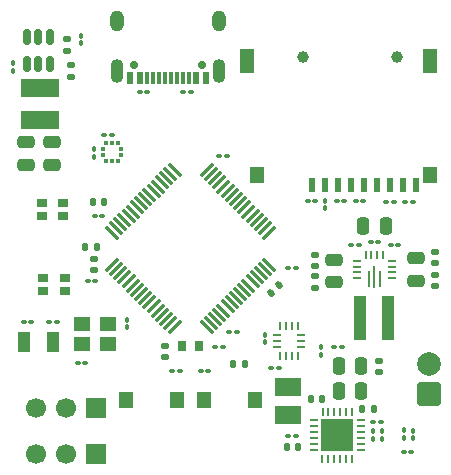
<source format=gbr>
%TF.GenerationSoftware,KiCad,Pcbnew,9.0.3*%
%TF.CreationDate,2025-11-29T09:23:08-06:00*%
%TF.ProjectId,zenith,7a656e69-7468-42e6-9b69-6361645f7063,rev?*%
%TF.SameCoordinates,Original*%
%TF.FileFunction,Soldermask,Top*%
%TF.FilePolarity,Negative*%
%FSLAX46Y46*%
G04 Gerber Fmt 4.6, Leading zero omitted, Abs format (unit mm)*
G04 Created by KiCad (PCBNEW 9.0.3) date 2025-11-29 09:23:08*
%MOMM*%
%LPD*%
G01*
G04 APERTURE LIST*
G04 Aperture macros list*
%AMRoundRect*
0 Rectangle with rounded corners*
0 $1 Rounding radius*
0 $2 $3 $4 $5 $6 $7 $8 $9 X,Y pos of 4 corners*
0 Add a 4 corners polygon primitive as box body*
4,1,4,$2,$3,$4,$5,$6,$7,$8,$9,$2,$3,0*
0 Add four circle primitives for the rounded corners*
1,1,$1+$1,$2,$3*
1,1,$1+$1,$4,$5*
1,1,$1+$1,$6,$7*
1,1,$1+$1,$8,$9*
0 Add four rect primitives between the rounded corners*
20,1,$1+$1,$2,$3,$4,$5,0*
20,1,$1+$1,$4,$5,$6,$7,0*
20,1,$1+$1,$6,$7,$8,$9,0*
20,1,$1+$1,$8,$9,$2,$3,0*%
G04 Aperture macros list end*
%ADD10RoundRect,0.140000X-0.140000X-0.170000X0.140000X-0.170000X0.140000X0.170000X-0.140000X0.170000X0*%
%ADD11RoundRect,0.100000X-0.130000X-0.100000X0.130000X-0.100000X0.130000X0.100000X-0.130000X0.100000X0*%
%ADD12RoundRect,0.250000X0.250000X0.475000X-0.250000X0.475000X-0.250000X-0.475000X0.250000X-0.475000X0*%
%ADD13RoundRect,0.140000X0.170000X-0.140000X0.170000X0.140000X-0.170000X0.140000X-0.170000X-0.140000X0*%
%ADD14R,0.280000X0.680000*%
%ADD15R,0.680000X0.280000*%
%ADD16R,1.230000X1.360000*%
%ADD17RoundRect,0.100000X-0.100000X0.130000X-0.100000X-0.130000X0.100000X-0.130000X0.100000X0.130000X0*%
%ADD18RoundRect,0.135000X0.185000X-0.135000X0.185000X0.135000X-0.185000X0.135000X-0.185000X-0.135000X0*%
%ADD19RoundRect,0.100000X0.130000X0.100000X-0.130000X0.100000X-0.130000X-0.100000X0.130000X-0.100000X0*%
%ADD20R,0.900000X0.700000*%
%ADD21R,2.160000X1.630000*%
%ADD22RoundRect,0.250000X0.475000X-0.250000X0.475000X0.250000X-0.475000X0.250000X-0.475000X-0.250000X0*%
%ADD23RoundRect,0.250000X0.750000X-0.750000X0.750000X0.750000X-0.750000X0.750000X-0.750000X-0.750000X0*%
%ADD24C,2.000000*%
%ADD25R,1.700000X1.700000*%
%ADD26C,1.700000*%
%ADD27RoundRect,0.100000X0.100000X-0.130000X0.100000X0.130000X-0.100000X0.130000X-0.100000X-0.130000X0*%
%ADD28RoundRect,0.140000X0.140000X0.170000X-0.140000X0.170000X-0.140000X-0.170000X0.140000X-0.170000X0*%
%ADD29R,1.400000X1.200000*%
%ADD30RoundRect,0.140000X-0.170000X0.140000X-0.170000X-0.140000X0.170000X-0.140000X0.170000X0.140000X0*%
%ADD31R,0.280000X0.700000*%
%ADD32R,0.700000X0.280000*%
%ADD33R,2.800000X2.800000*%
%ADD34RoundRect,0.147500X0.147500X0.172500X-0.147500X0.172500X-0.147500X-0.172500X0.147500X-0.172500X0*%
%ADD35C,1.000000*%
%ADD36R,0.600000X1.300000*%
%ADD37R,1.200000X1.400000*%
%ADD38R,1.200000X2.000000*%
%ADD39R,0.300000X0.300000*%
%ADD40RoundRect,0.150000X0.150000X-0.512500X0.150000X0.512500X-0.150000X0.512500X-0.150000X-0.512500X0*%
%ADD41R,0.250000X0.700000*%
%ADD42R,0.700000X0.250000*%
%ADD43R,0.250000X1.450000*%
%ADD44R,0.250000X1.850000*%
%ADD45R,1.000000X1.800000*%
%ADD46R,0.800000X0.860000*%
%ADD47RoundRect,0.250000X-0.250000X-0.475000X0.250000X-0.475000X0.250000X0.475000X-0.250000X0.475000X0*%
%ADD48RoundRect,0.075000X-0.441942X-0.548008X0.548008X0.441942X0.441942X0.548008X-0.548008X-0.441942X0*%
%ADD49RoundRect,0.075000X0.441942X-0.548008X0.548008X-0.441942X-0.441942X0.548008X-0.548008X0.441942X0*%
%ADD50R,1.000000X3.800000*%
%ADD51RoundRect,0.140000X0.021213X-0.219203X0.219203X-0.021213X-0.021213X0.219203X-0.219203X0.021213X0*%
%ADD52R,3.320000X1.500000*%
%ADD53C,0.700000*%
%ADD54R,0.550000X1.100000*%
%ADD55R,0.300000X1.100000*%
%ADD56O,1.100000X2.000000*%
%ADD57O,1.200000X1.800000*%
G04 APERTURE END LIST*
D10*
%TO.C,C26*%
X108870000Y-80580000D03*
X109830000Y-80580000D03*
%TD*%
D11*
%TO.C,R2*%
X112835000Y-71265000D03*
X113475000Y-71265000D03*
%TD*%
%TO.C,R20*%
X135330000Y-80580000D03*
X135970000Y-80580000D03*
%TD*%
%TO.C,C30*%
X119580000Y-76640000D03*
X120220000Y-76640000D03*
%TD*%
D12*
%TO.C,C3*%
X131580000Y-94420000D03*
X129680000Y-94420000D03*
%TD*%
D13*
%TO.C,C9*%
X137840000Y-87710000D03*
X137840000Y-86750000D03*
%TD*%
D14*
%TO.C,U4*%
X126250000Y-91090000D03*
X125750000Y-91090000D03*
X125250000Y-91090000D03*
X124750000Y-91090000D03*
D15*
X124490000Y-91850000D03*
X124490000Y-92350000D03*
X124490000Y-92850000D03*
D14*
X124750000Y-93610000D03*
X125250000Y-93610000D03*
X125750000Y-93610000D03*
X126250000Y-93610000D03*
D15*
X126510000Y-92850000D03*
X126510000Y-92350000D03*
X126510000Y-91850000D03*
%TD*%
D11*
%TO.C,C20*%
X109865000Y-74895000D03*
X110505000Y-74895000D03*
%TD*%
D16*
%TO.C,BOOT*%
X122640000Y-97320000D03*
X118280000Y-97320000D03*
%TD*%
D17*
%TO.C,C15*%
X102130000Y-68845000D03*
X102130000Y-69485000D03*
%TD*%
D18*
%TO.C,R14*%
X107030000Y-69955000D03*
X107030000Y-68935000D03*
%TD*%
D19*
%TO.C,R21*%
X134350000Y-80590000D03*
X133710000Y-80590000D03*
%TD*%
D20*
%TO.C,LED1*%
X104550000Y-80650000D03*
X104550000Y-81750000D03*
X106390000Y-81750000D03*
X106390000Y-80650000D03*
%TD*%
D11*
%TO.C,C32*%
X119220000Y-92820000D03*
X119860000Y-92820000D03*
%TD*%
D20*
%TO.C,LED2*%
X104650000Y-86990000D03*
X104650000Y-88090000D03*
X106490000Y-88090000D03*
X106490000Y-86990000D03*
%TD*%
D21*
%TO.C,L1*%
X125380000Y-98610000D03*
X125380000Y-96270000D03*
%TD*%
D22*
%TO.C,C17*%
X103230000Y-77430000D03*
X103230000Y-75530000D03*
%TD*%
D11*
%TO.C,R12*%
X134100000Y-84180000D03*
X134740000Y-84180000D03*
%TD*%
D23*
%TO.C,J1*%
X137300000Y-96850000D03*
D24*
X137300000Y-94310000D03*
%TD*%
D25*
%TO.C,SERVO HEADERS*%
X109150000Y-101880000D03*
D26*
X106610000Y-101880000D03*
X104070000Y-101880000D03*
%TD*%
D13*
%TO.C,C16*%
X106700000Y-67775000D03*
X106700000Y-66815000D03*
%TD*%
D22*
%TO.C,C13*%
X136210000Y-87240000D03*
X136210000Y-85340000D03*
%TD*%
D19*
%TO.C,C8*%
X133040000Y-83970000D03*
X132400000Y-83970000D03*
%TD*%
D17*
%TO.C,R5*%
X135200000Y-99910000D03*
X135200000Y-100550000D03*
%TD*%
D27*
%TO.C,R15*%
X107870000Y-67140000D03*
X107870000Y-66500000D03*
%TD*%
D17*
%TO.C,C19*%
X108945000Y-76115000D03*
X108945000Y-76755000D03*
%TD*%
D19*
%TO.C,R13*%
X131380000Y-84180000D03*
X130740000Y-84180000D03*
%TD*%
D28*
%TO.C,C2*%
X126290000Y-101280000D03*
X125330000Y-101280000D03*
%TD*%
D29*
%TO.C,X1*%
X110140000Y-90890000D03*
X107940000Y-90890000D03*
X107940000Y-92590000D03*
X110140000Y-92590000D03*
%TD*%
D30*
%TO.C,C7*%
X137840000Y-84800000D03*
X137840000Y-85760000D03*
%TD*%
D31*
%TO.C,U3*%
X128320000Y-102320000D03*
X128820000Y-102320000D03*
X129320000Y-102320000D03*
X129820000Y-102320000D03*
X130320000Y-102320000D03*
X130820000Y-102320000D03*
D32*
X131570000Y-101570000D03*
X131570000Y-101070000D03*
X131570000Y-100570000D03*
X131570000Y-100070000D03*
X131570000Y-99570000D03*
X131570000Y-99070000D03*
D31*
X130820000Y-98320000D03*
X130320000Y-98320000D03*
X129820000Y-98320000D03*
X129320000Y-98320000D03*
X128820000Y-98320000D03*
X128330000Y-98320000D03*
D32*
X127570000Y-99070000D03*
X127570000Y-99570000D03*
X127570000Y-100070000D03*
X127570000Y-100570000D03*
X127570000Y-101070000D03*
X127570000Y-101570000D03*
D33*
X129580000Y-100320000D03*
%TD*%
D19*
%TO.C,R23*%
X109100000Y-87290000D03*
X108460000Y-87290000D03*
%TD*%
D34*
%TO.C,D1*%
X121745000Y-94320000D03*
X120775000Y-94320000D03*
%TD*%
D13*
%TO.C,C24*%
X115020000Y-93740000D03*
X115020000Y-92780000D03*
%TD*%
D11*
%TO.C,C37*%
X115580000Y-94860000D03*
X116220000Y-94860000D03*
%TD*%
%TO.C,R16*%
X131140000Y-80482500D03*
X131780000Y-80482500D03*
%TD*%
D19*
%TO.C,R19*%
X127710000Y-80482500D03*
X127070000Y-80482500D03*
%TD*%
D17*
%TO.C,C22*%
X123470000Y-91800000D03*
X123470000Y-92440000D03*
%TD*%
D11*
%TO.C,R10*%
X129330000Y-92860000D03*
X129970000Y-92860000D03*
%TD*%
D35*
%TO.C,SD Card*%
X134640000Y-68310000D03*
X126640000Y-68310000D03*
D36*
X127450000Y-79160000D03*
X128550000Y-79160000D03*
X129650000Y-79160000D03*
X130750000Y-79160000D03*
X131850000Y-79160000D03*
X132950000Y-79160000D03*
X134050000Y-79160000D03*
X135150000Y-79160000D03*
X136250000Y-79160000D03*
D37*
X137450000Y-78310000D03*
D38*
X137450000Y-68600000D03*
X121930000Y-68600000D03*
D37*
X122770000Y-78310000D03*
%TD*%
D11*
%TO.C,R11*%
X132610000Y-99210000D03*
X133250000Y-99210000D03*
%TD*%
D39*
%TO.C,U2*%
X109710000Y-76100000D03*
X109710000Y-76600000D03*
X109990000Y-77130000D03*
X110490000Y-77130000D03*
X110990000Y-77130000D03*
X111270000Y-76600000D03*
X111270000Y-76100000D03*
X110990000Y-75570000D03*
X110490000Y-75570000D03*
X109990000Y-75570000D03*
%TD*%
D12*
%TO.C,C5*%
X131580000Y-96570000D03*
X129680000Y-96570000D03*
%TD*%
D19*
%TO.C,C28*%
X121080000Y-91600000D03*
X120440000Y-91600000D03*
%TD*%
%TO.C,C36*%
X105835000Y-90720000D03*
X105195000Y-90720000D03*
%TD*%
%TO.C,R22*%
X118640000Y-94860000D03*
X118000000Y-94860000D03*
%TD*%
D40*
%TO.C,U6*%
X103320000Y-68920000D03*
X104270000Y-68920000D03*
X105220000Y-68920000D03*
X105220000Y-66645000D03*
X104270000Y-66645000D03*
X103320000Y-66645000D03*
%TD*%
D17*
%TO.C,R4*%
X136000000Y-99930000D03*
X136000000Y-100570000D03*
%TD*%
D41*
%TO.C,U1*%
X133470000Y-85090000D03*
X132970000Y-85090000D03*
X132470000Y-85090000D03*
X131970000Y-85090000D03*
D42*
X131270000Y-85540000D03*
X131270000Y-86040000D03*
X131270000Y-86540000D03*
X131270000Y-87040000D03*
D43*
X132220000Y-87130000D03*
D44*
X132720000Y-86930000D03*
D43*
X133220000Y-87130000D03*
D42*
X134170000Y-87040000D03*
X134170000Y-86540000D03*
X134170000Y-86040000D03*
X134170000Y-85540000D03*
%TD*%
D17*
%TO.C,R9*%
X128170000Y-92890000D03*
X128170000Y-93530000D03*
%TD*%
D45*
%TO.C,X2*%
X103030000Y-92450000D03*
X105530000Y-92450000D03*
%TD*%
D46*
%TO.C,L4*%
X116440000Y-92760000D03*
X117840000Y-92760000D03*
%TD*%
D47*
%TO.C,C12*%
X131780000Y-82570000D03*
X133680000Y-82570000D03*
%TD*%
D11*
%TO.C,C35*%
X103025000Y-90710000D03*
X103665000Y-90710000D03*
%TD*%
D17*
%TO.C,C33*%
X111790000Y-90540000D03*
X111790000Y-91180000D03*
%TD*%
D11*
%TO.C,C34*%
X107615000Y-94200000D03*
X108255000Y-94200000D03*
%TD*%
D16*
%TO.C,RESET*%
X111670000Y-97360000D03*
X116030000Y-97360000D03*
%TD*%
D11*
%TO.C,C29*%
X125400000Y-86170000D03*
X126040000Y-86170000D03*
%TD*%
D25*
%TO.C,J2*%
X109140000Y-98000000D03*
D26*
X106600000Y-98000000D03*
X104060000Y-98000000D03*
%TD*%
D19*
%TO.C,C21*%
X124640000Y-94590000D03*
X124000000Y-94590000D03*
%TD*%
D13*
%TO.C,C10*%
X127690000Y-85990000D03*
X127690000Y-85030000D03*
%TD*%
D22*
%TO.C,C18*%
X105390000Y-77430000D03*
X105390000Y-75530000D03*
%TD*%
D48*
%TO.C,U5*%
X110495519Y-85881181D03*
X110849072Y-86234734D03*
X111202625Y-86588287D03*
X111556179Y-86941841D03*
X111909732Y-87295394D03*
X112263286Y-87648948D03*
X112616839Y-88002501D03*
X112970392Y-88356054D03*
X113323946Y-88709608D03*
X113677499Y-89063161D03*
X114031052Y-89416714D03*
X114384606Y-89770268D03*
X114738159Y-90123821D03*
X115091713Y-90477375D03*
X115445266Y-90830928D03*
X115798819Y-91184481D03*
D49*
X118521181Y-91184481D03*
X118874734Y-90830928D03*
X119228287Y-90477375D03*
X119581841Y-90123821D03*
X119935394Y-89770268D03*
X120288948Y-89416714D03*
X120642501Y-89063161D03*
X120996054Y-88709608D03*
X121349608Y-88356054D03*
X121703161Y-88002501D03*
X122056714Y-87648948D03*
X122410268Y-87295394D03*
X122763821Y-86941841D03*
X123117375Y-86588287D03*
X123470928Y-86234734D03*
X123824481Y-85881181D03*
D48*
X123824481Y-83158819D03*
X123470928Y-82805266D03*
X123117375Y-82451713D03*
X122763821Y-82098159D03*
X122410268Y-81744606D03*
X122056714Y-81391052D03*
X121703161Y-81037499D03*
X121349608Y-80683946D03*
X120996054Y-80330392D03*
X120642501Y-79976839D03*
X120288948Y-79623286D03*
X119935394Y-79269732D03*
X119581841Y-78916179D03*
X119228287Y-78562625D03*
X118874734Y-78209072D03*
X118521181Y-77855519D03*
D49*
X115798819Y-77855519D03*
X115445266Y-78209072D03*
X115091713Y-78562625D03*
X114738159Y-78916179D03*
X114384606Y-79269732D03*
X114031052Y-79623286D03*
X113677499Y-79976839D03*
X113323946Y-80330392D03*
X112970392Y-80683946D03*
X112616839Y-81037499D03*
X112263286Y-81391052D03*
X111909732Y-81744606D03*
X111556179Y-82098159D03*
X111202625Y-82451713D03*
X110849072Y-82805266D03*
X110495519Y-83158819D03*
%TD*%
D13*
%TO.C,C1*%
X133150000Y-94970000D03*
X133150000Y-94010000D03*
%TD*%
D10*
%TO.C,C27*%
X108240000Y-84360000D03*
X109200000Y-84360000D03*
%TD*%
D11*
%TO.C,C31*%
X109030000Y-81720000D03*
X109670000Y-81720000D03*
%TD*%
D50*
%TO.C,L2*%
X131480000Y-90390000D03*
X133880000Y-90390000D03*
%TD*%
D51*
%TO.C,C23*%
X123930589Y-88319411D03*
X124609411Y-87640589D03*
%TD*%
D19*
%TO.C,R17*%
X130180000Y-80512500D03*
X129540000Y-80512500D03*
%TD*%
D22*
%TO.C,C14*%
X129330000Y-87370000D03*
X129330000Y-85470000D03*
%TD*%
D27*
%TO.C,R8*%
X132570000Y-100620000D03*
X132570000Y-99980000D03*
%TD*%
D28*
%TO.C,C4*%
X128270000Y-97290000D03*
X127310000Y-97290000D03*
%TD*%
D19*
%TO.C,R3*%
X135850000Y-101700000D03*
X135210000Y-101700000D03*
%TD*%
D27*
%TO.C,R18*%
X128570000Y-81112500D03*
X128570000Y-80472500D03*
%TD*%
D28*
%TO.C,C6*%
X132660000Y-98070000D03*
X131700000Y-98070000D03*
%TD*%
D52*
%TO.C,L3*%
X104390000Y-70940000D03*
X104390000Y-73600000D03*
%TD*%
D17*
%TO.C,R6*%
X133380000Y-100000000D03*
X133380000Y-100640000D03*
%TD*%
D13*
%TO.C,C11*%
X127680000Y-87820000D03*
X127680000Y-86860000D03*
%TD*%
D53*
%TO.C,USB1*%
X118140000Y-68960000D03*
X112360000Y-68960000D03*
D54*
X118450000Y-70040000D03*
X117650000Y-70040000D03*
D55*
X117000000Y-70040000D03*
X116500000Y-70040000D03*
X116000000Y-70040000D03*
X115500000Y-70040000D03*
X115000000Y-70040000D03*
X114500000Y-70040000D03*
X114000000Y-70040000D03*
X113500000Y-70040000D03*
D54*
X112850000Y-70040000D03*
X112050000Y-70040000D03*
D56*
X119570000Y-69490000D03*
D57*
X119570000Y-65280000D03*
D56*
X110930000Y-69490000D03*
D57*
X110930000Y-65280000D03*
%TD*%
D11*
%TO.C,R7*%
X125400000Y-100350000D03*
X126040000Y-100350000D03*
%TD*%
D13*
%TO.C,C25*%
X108960000Y-86320000D03*
X108960000Y-85360000D03*
%TD*%
D19*
%TO.C,R1*%
X117150000Y-71235000D03*
X116510000Y-71235000D03*
%TD*%
M02*

</source>
